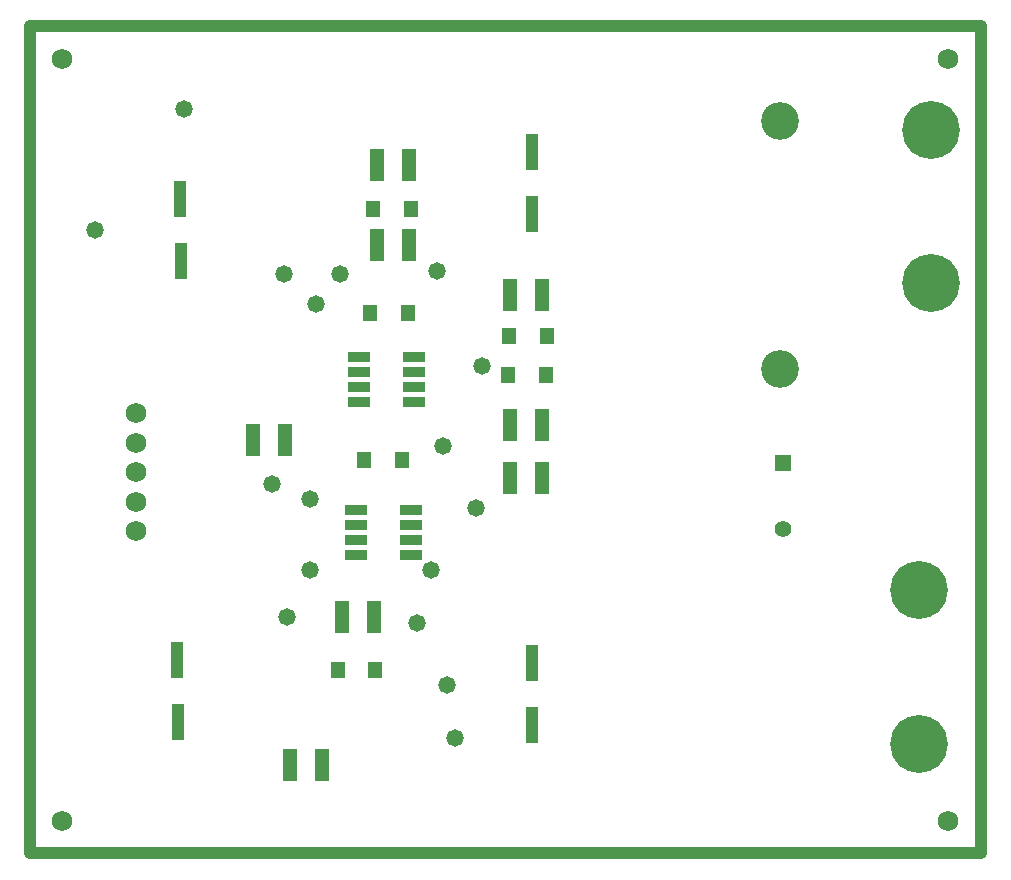
<source format=gts>
G04*
G04 #@! TF.GenerationSoftware,Altium Limited,Altium Designer,20.0.12 (288)*
G04*
G04 Layer_Color=8388736*
%FSLAX44Y44*%
%MOMM*%
G71*
G01*
G75*
%ADD13C,1.0000*%
%ADD18R,1.3032X2.8032*%
%ADD19R,1.2032X1.4032*%
%ADD20R,1.1032X3.0532*%
%ADD21R,1.9832X0.9232*%
%ADD22C,1.4032*%
%ADD23R,1.4032X1.4032*%
%ADD24C,4.9000*%
%ADD25C,1.7272*%
%ADD26C,3.2032*%
%ADD27C,1.4732*%
D13*
X0Y100000D02*
X805000D01*
X0Y800000D02*
X0Y100000D01*
X805000Y800000D02*
X805000Y100000D01*
X0Y800000D02*
X805000D01*
D18*
X216000Y450001D02*
D03*
X189000D02*
D03*
X406500Y417500D02*
D03*
X433500D02*
D03*
X406500Y572500D02*
D03*
X433500D02*
D03*
X294000Y615000D02*
D03*
X321001D02*
D03*
X264000Y300000D02*
D03*
X291000D02*
D03*
X321000Y682500D02*
D03*
X294000D02*
D03*
X433500Y462500D02*
D03*
X406500D02*
D03*
X247500Y175000D02*
D03*
X220500D02*
D03*
D19*
X437500Y537500D02*
D03*
X405500D02*
D03*
X322500Y645000D02*
D03*
X290500D02*
D03*
X292500Y255000D02*
D03*
X260500D02*
D03*
X320000Y557500D02*
D03*
X288000D02*
D03*
X405000Y505000D02*
D03*
X437000D02*
D03*
X315000Y432500D02*
D03*
X283000D02*
D03*
D20*
X424875Y261125D02*
D03*
X425125Y208875D02*
D03*
X425125Y641375D02*
D03*
X424875Y693625D02*
D03*
X127625Y601375D02*
D03*
X127375Y653625D02*
D03*
X125125Y211375D02*
D03*
X124875Y263625D02*
D03*
D21*
X278200Y520200D02*
D03*
Y507500D02*
D03*
Y494800D02*
D03*
Y482100D02*
D03*
X325000Y520200D02*
D03*
Y507500D02*
D03*
Y494800D02*
D03*
Y482100D02*
D03*
X275700Y390200D02*
D03*
Y377500D02*
D03*
Y364800D02*
D03*
Y352100D02*
D03*
X322500Y390200D02*
D03*
Y377500D02*
D03*
Y364800D02*
D03*
Y352100D02*
D03*
D22*
X637500Y374500D02*
D03*
D23*
Y430500D02*
D03*
D24*
X762500Y712500D02*
D03*
Y582500D02*
D03*
X752500Y322500D02*
D03*
Y192500D02*
D03*
D25*
X27500Y772500D02*
D03*
X90000Y372500D02*
D03*
Y397500D02*
D03*
Y422500D02*
D03*
Y447500D02*
D03*
Y472500D02*
D03*
X27500Y127500D02*
D03*
X777500D02*
D03*
Y772500D02*
D03*
D26*
X635000Y510000D02*
D03*
Y720000D02*
D03*
D27*
X345000Y592500D02*
D03*
X55000Y627500D02*
D03*
X205000Y412500D02*
D03*
X339840Y340000D02*
D03*
X382500Y512500D02*
D03*
X262500Y590000D02*
D03*
X242500Y565000D02*
D03*
X352660Y242660D02*
D03*
X360000Y197500D02*
D03*
X350000Y445000D02*
D03*
X217500Y300000D02*
D03*
X237500Y400000D02*
D03*
Y340000D02*
D03*
X327500Y295000D02*
D03*
X377500Y392500D02*
D03*
X130000Y730000D02*
D03*
X215000Y590000D02*
D03*
M02*

</source>
